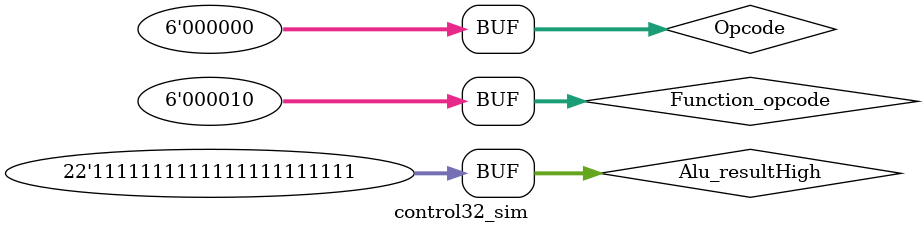
<source format=v>
`timescale 1ns / 1ps

module control32_sim();
            // input
    reg[5:0]   Opcode = 6'b000000;            // À´×ÔÈ¡Ö¸µ¥Ôªinstruction[31..26]
    reg[5:0]   Function_opcode  = 6'b100000;      // r-form instructions[5..0]  //ADD
    reg[21:0]  Alu_resultHigh = 22'b11000000110100100011; //  ¶Á²Ù×÷ÐèÒª´Ó¶Ë¿Ú»ò´æ´¢Æ÷¶ÁÊý¾Ýµ½¼Ä´æÆ÷LWºÍSWµÄÕæÕýµØÖ·ÊÇAlu_Result,ÕâÀïµÄAlu_resultHighÀ´×ÔÖ´ÐÐµ¥ÔªAlu_Result[31..10]£¬Õâ¸öÐÅºÅÒª½øÈëµ½control32.vµÄÄ£¿éÖÐ
    // output
    wire       Jrn;
    wire       RegDST;
    wire       ALUSrc;            // ¾ö¶¨µÚ¶þ¸ö²Ù×÷ÊýÊÇ¼Ä´æÆ÷»¹ÊÇÁ¢¼´Êý
    wire       MemorIOtoReg;
    wire       RegWrite;
    wire       MemRead;
    wire       MemWrite;
    wire       IORead;
    wire       IOWrite;
    wire       Branch;
    wire       nBranch;
    wire       Jmp;
    wire       Jal;
    wire       I_format;
    wire       Sftmd;
    wire[1:0]  ALUOp;
    
    control32 UctrlIO(Opcode,Jrn,Function_opcode,Alu_resultHigh,RegDST,ALUSrc,
            MemorIOtoReg,RegWrite,MemRead,MemWrite,IORead,IOWrite,Branch,nBranch,
            Jmp,Jal,I_format,Sftmd,ALUOp);
            
    initial begin
        #200    Function_opcode  = 6'b001000;               // JR
        #200    Opcode = 6'b001000;                         //  ADDI
        #200    Opcode = 6'b100011;                         //  LW
        #200    Opcode = 6'b101011;                         //  SW
        #200    begin Opcode = 6'b100011; Alu_resultHigh = 22'b1111111111111111111111; end  //  LW  IO
        #200    begin Opcode = 6'b101011; Alu_resultHigh = 22'b1111111111111111111111; end  //  SW  io
        #250    Opcode = 6'b000100;                         //  BEQ
        #200    Opcode = 6'b000101;                         //  BNE
        #250    Opcode = 6'b000010;                         //  JMP-p[=4
        #200    Opcode = 6'b000011;                         //  JAL
        #250    begin Opcode = 6'b000000; Function_opcode  = 6'b000010; end//  SRL
    end         
endmodule
</source>
